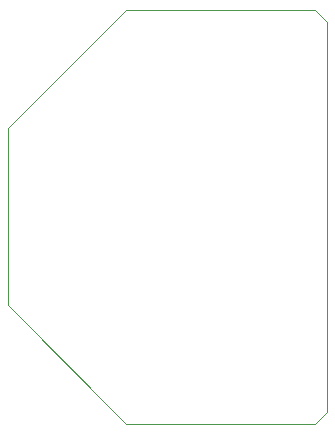
<source format=gko>
%FSLAX46Y46*%
%MOMM*%
%ADD10C,0.010000*%
G01*
%LPD*%
G01*
%LPD*%
D10*
X16500000Y-17500000D02*
X500000Y-17500000D01*
D10*
X500000Y-17500000D02*
X-9500000Y-7500000D01*
D10*
X-9500000Y-7500000D02*
X-9500000Y7500000D01*
D10*
X-9500000Y7500000D02*
X500000Y17500000D01*
D10*
X500000Y17500000D02*
X16500000Y17500000D01*
D10*
X16500000Y17500000D02*
X17500000Y16500000D01*
D10*
X17500000Y16500000D02*
X17500000Y-16500000D01*
D10*
X17500000Y-16500000D02*
X16500000Y-17500000D01*
G75*
M02*

</source>
